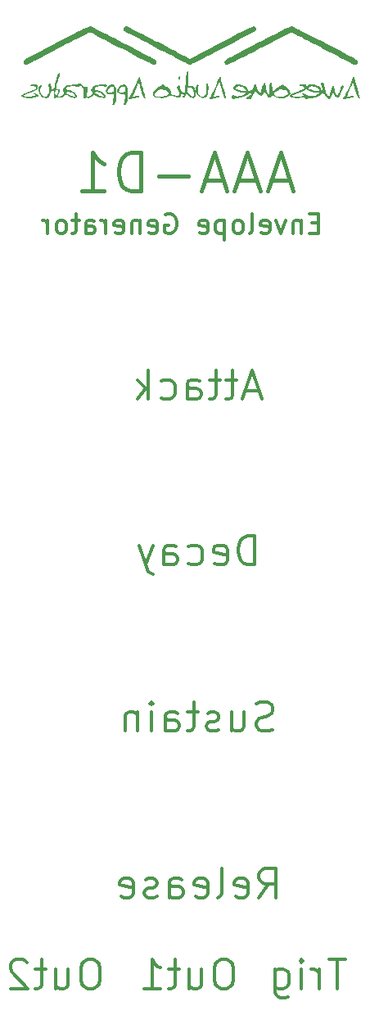
<source format=gbr>
G04 #@! TF.GenerationSoftware,KiCad,Pcbnew,6.0.6+dfsg-1*
G04 #@! TF.CreationDate,2022-10-02T16:41:46+02:00*
G04 #@! TF.ProjectId,demiurge-panel_adsr,64656d69-7572-4676-952d-70616e656c5f,F*
G04 #@! TF.SameCoordinates,Original*
G04 #@! TF.FileFunction,Legend,Bot*
G04 #@! TF.FilePolarity,Positive*
%FSLAX46Y46*%
G04 Gerber Fmt 4.6, Leading zero omitted, Abs format (unit mm)*
G04 Created by KiCad (PCBNEW 6.0.6+dfsg-1) date 2022-10-02 16:41:46*
%MOMM*%
%LPD*%
G01*
G04 APERTURE LIST*
%ADD10C,0.400000*%
%ADD11C,0.300000*%
G04 APERTURE END LIST*
D10*
X106961904Y-64505453D02*
X105057142Y-64505453D01*
X107342857Y-65648310D02*
X106009523Y-61648310D01*
X104676190Y-65648310D01*
X103533333Y-64505453D02*
X101628571Y-64505453D01*
X103914285Y-65648310D02*
X102580952Y-61648310D01*
X101247619Y-65648310D01*
X100104761Y-64505453D02*
X98200000Y-64505453D01*
X100485714Y-65648310D02*
X99152380Y-61648310D01*
X97819047Y-65648310D01*
X96485714Y-64124501D02*
X93438095Y-64124501D01*
X91533333Y-65648310D02*
X91533333Y-61648310D01*
X90580952Y-61648310D01*
X90009523Y-61838787D01*
X89628571Y-62219739D01*
X89438095Y-62600691D01*
X89247619Y-63362596D01*
X89247619Y-63934025D01*
X89438095Y-64695929D01*
X89628571Y-65076882D01*
X90009523Y-65457834D01*
X90580952Y-65648310D01*
X91533333Y-65648310D01*
X85438095Y-65648310D02*
X87723809Y-65648310D01*
X86580952Y-65648310D02*
X86580952Y-61648310D01*
X86961904Y-62219739D01*
X87342857Y-62600691D01*
X87723809Y-62791167D01*
D11*
X103785714Y-86300000D02*
X102357142Y-86300000D01*
X104071428Y-87157142D02*
X103071428Y-84157142D01*
X102071428Y-87157142D01*
X101500000Y-85157142D02*
X100357142Y-85157142D01*
X101071428Y-84157142D02*
X101071428Y-86728571D01*
X100928571Y-87014285D01*
X100642857Y-87157142D01*
X100357142Y-87157142D01*
X99785714Y-85157142D02*
X98642857Y-85157142D01*
X99357142Y-84157142D02*
X99357142Y-86728571D01*
X99214285Y-87014285D01*
X98928571Y-87157142D01*
X98642857Y-87157142D01*
X96357142Y-87157142D02*
X96357142Y-85585714D01*
X96500000Y-85300000D01*
X96785714Y-85157142D01*
X97357142Y-85157142D01*
X97642857Y-85300000D01*
X96357142Y-87014285D02*
X96642857Y-87157142D01*
X97357142Y-87157142D01*
X97642857Y-87014285D01*
X97785714Y-86728571D01*
X97785714Y-86442857D01*
X97642857Y-86157142D01*
X97357142Y-86014285D01*
X96642857Y-86014285D01*
X96357142Y-85871428D01*
X93642857Y-87014285D02*
X93928571Y-87157142D01*
X94500000Y-87157142D01*
X94785714Y-87014285D01*
X94928571Y-86871428D01*
X95071428Y-86585714D01*
X95071428Y-85728571D01*
X94928571Y-85442857D01*
X94785714Y-85300000D01*
X94500000Y-85157142D01*
X93928571Y-85157142D01*
X93642857Y-85300000D01*
X92357142Y-87157142D02*
X92357142Y-84157142D01*
X92071428Y-86014285D02*
X91214285Y-87157142D01*
X91214285Y-85157142D02*
X92357142Y-86300000D01*
X100428571Y-145057142D02*
X99857142Y-145057142D01*
X99571428Y-145200000D01*
X99285714Y-145485714D01*
X99142857Y-146057142D01*
X99142857Y-147057142D01*
X99285714Y-147628571D01*
X99571428Y-147914285D01*
X99857142Y-148057142D01*
X100428571Y-148057142D01*
X100714285Y-147914285D01*
X101000000Y-147628571D01*
X101142857Y-147057142D01*
X101142857Y-146057142D01*
X101000000Y-145485714D01*
X100714285Y-145200000D01*
X100428571Y-145057142D01*
X96571428Y-146057142D02*
X96571428Y-148057142D01*
X97857142Y-146057142D02*
X97857142Y-147628571D01*
X97714285Y-147914285D01*
X97428571Y-148057142D01*
X97000000Y-148057142D01*
X96714285Y-147914285D01*
X96571428Y-147771428D01*
X95571428Y-146057142D02*
X94428571Y-146057142D01*
X95142857Y-145057142D02*
X95142857Y-147628571D01*
X95000000Y-147914285D01*
X94714285Y-148057142D01*
X94428571Y-148057142D01*
X91857142Y-148057142D02*
X93571428Y-148057142D01*
X92714285Y-148057142D02*
X92714285Y-145057142D01*
X93000000Y-145485714D01*
X93285714Y-145771428D01*
X93571428Y-145914285D01*
X86628571Y-145057142D02*
X86057142Y-145057142D01*
X85771428Y-145200000D01*
X85485714Y-145485714D01*
X85342857Y-146057142D01*
X85342857Y-147057142D01*
X85485714Y-147628571D01*
X85771428Y-147914285D01*
X86057142Y-148057142D01*
X86628571Y-148057142D01*
X86914285Y-147914285D01*
X87200000Y-147628571D01*
X87342857Y-147057142D01*
X87342857Y-146057142D01*
X87200000Y-145485714D01*
X86914285Y-145200000D01*
X86628571Y-145057142D01*
X82771428Y-146057142D02*
X82771428Y-148057142D01*
X84057142Y-146057142D02*
X84057142Y-147628571D01*
X83914285Y-147914285D01*
X83628571Y-148057142D01*
X83200000Y-148057142D01*
X82914285Y-147914285D01*
X82771428Y-147771428D01*
X81771428Y-146057142D02*
X80628571Y-146057142D01*
X81342857Y-145057142D02*
X81342857Y-147628571D01*
X81200000Y-147914285D01*
X80914285Y-148057142D01*
X80628571Y-148057142D01*
X79771428Y-145342857D02*
X79628571Y-145200000D01*
X79342857Y-145057142D01*
X78628571Y-145057142D01*
X78342857Y-145200000D01*
X78200000Y-145342857D01*
X78057142Y-145628571D01*
X78057142Y-145914285D01*
X78200000Y-146342857D01*
X79914285Y-148057142D01*
X78057142Y-148057142D01*
X103785714Y-138657142D02*
X104785714Y-137228571D01*
X105500000Y-138657142D02*
X105500000Y-135657142D01*
X104357142Y-135657142D01*
X104071428Y-135800000D01*
X103928571Y-135942857D01*
X103785714Y-136228571D01*
X103785714Y-136657142D01*
X103928571Y-136942857D01*
X104071428Y-137085714D01*
X104357142Y-137228571D01*
X105500000Y-137228571D01*
X101357142Y-138514285D02*
X101642857Y-138657142D01*
X102214285Y-138657142D01*
X102500000Y-138514285D01*
X102642857Y-138228571D01*
X102642857Y-137085714D01*
X102500000Y-136800000D01*
X102214285Y-136657142D01*
X101642857Y-136657142D01*
X101357142Y-136800000D01*
X101214285Y-137085714D01*
X101214285Y-137371428D01*
X102642857Y-137657142D01*
X99500000Y-138657142D02*
X99785714Y-138514285D01*
X99928571Y-138228571D01*
X99928571Y-135657142D01*
X97214285Y-138514285D02*
X97500000Y-138657142D01*
X98071428Y-138657142D01*
X98357142Y-138514285D01*
X98500000Y-138228571D01*
X98500000Y-137085714D01*
X98357142Y-136800000D01*
X98071428Y-136657142D01*
X97500000Y-136657142D01*
X97214285Y-136800000D01*
X97071428Y-137085714D01*
X97071428Y-137371428D01*
X98500000Y-137657142D01*
X94500000Y-138657142D02*
X94500000Y-137085714D01*
X94642857Y-136800000D01*
X94928571Y-136657142D01*
X95500000Y-136657142D01*
X95785714Y-136800000D01*
X94500000Y-138514285D02*
X94785714Y-138657142D01*
X95500000Y-138657142D01*
X95785714Y-138514285D01*
X95928571Y-138228571D01*
X95928571Y-137942857D01*
X95785714Y-137657142D01*
X95500000Y-137514285D01*
X94785714Y-137514285D01*
X94500000Y-137371428D01*
X93214285Y-138514285D02*
X92928571Y-138657142D01*
X92357142Y-138657142D01*
X92071428Y-138514285D01*
X91928571Y-138228571D01*
X91928571Y-138085714D01*
X92071428Y-137800000D01*
X92357142Y-137657142D01*
X92785714Y-137657142D01*
X93071428Y-137514285D01*
X93214285Y-137228571D01*
X93214285Y-137085714D01*
X93071428Y-136800000D01*
X92785714Y-136657142D01*
X92357142Y-136657142D01*
X92071428Y-136800000D01*
X89500000Y-138514285D02*
X89785714Y-138657142D01*
X90357142Y-138657142D01*
X90642857Y-138514285D01*
X90785714Y-138228571D01*
X90785714Y-137085714D01*
X90642857Y-136800000D01*
X90357142Y-136657142D01*
X89785714Y-136657142D01*
X89500000Y-136800000D01*
X89357142Y-137085714D01*
X89357142Y-137371428D01*
X90785714Y-137657142D01*
X112757142Y-145057142D02*
X111042857Y-145057142D01*
X111900000Y-148057142D02*
X111900000Y-145057142D01*
X110042857Y-148057142D02*
X110042857Y-146057142D01*
X110042857Y-146628571D02*
X109900000Y-146342857D01*
X109757142Y-146200000D01*
X109471428Y-146057142D01*
X109185714Y-146057142D01*
X108185714Y-148057142D02*
X108185714Y-146057142D01*
X108185714Y-145057142D02*
X108328571Y-145200000D01*
X108185714Y-145342857D01*
X108042857Y-145200000D01*
X108185714Y-145057142D01*
X108185714Y-145342857D01*
X105471428Y-146057142D02*
X105471428Y-148485714D01*
X105614285Y-148771428D01*
X105757142Y-148914285D01*
X106042857Y-149057142D01*
X106471428Y-149057142D01*
X106757142Y-148914285D01*
X105471428Y-147914285D02*
X105757142Y-148057142D01*
X106328571Y-148057142D01*
X106614285Y-147914285D01*
X106757142Y-147771428D01*
X106900000Y-147485714D01*
X106900000Y-146628571D01*
X106757142Y-146342857D01*
X106614285Y-146200000D01*
X106328571Y-146057142D01*
X105757142Y-146057142D01*
X105471428Y-146200000D01*
X109942857Y-68957142D02*
X109276190Y-68957142D01*
X108990476Y-70004761D02*
X109942857Y-70004761D01*
X109942857Y-68004761D01*
X108990476Y-68004761D01*
X108133333Y-68671428D02*
X108133333Y-70004761D01*
X108133333Y-68861904D02*
X108038095Y-68766666D01*
X107847619Y-68671428D01*
X107561904Y-68671428D01*
X107371428Y-68766666D01*
X107276190Y-68957142D01*
X107276190Y-70004761D01*
X106514285Y-68671428D02*
X106038095Y-70004761D01*
X105561904Y-68671428D01*
X104038095Y-69909523D02*
X104228571Y-70004761D01*
X104609523Y-70004761D01*
X104800000Y-69909523D01*
X104895238Y-69719047D01*
X104895238Y-68957142D01*
X104800000Y-68766666D01*
X104609523Y-68671428D01*
X104228571Y-68671428D01*
X104038095Y-68766666D01*
X103942857Y-68957142D01*
X103942857Y-69147619D01*
X104895238Y-69338095D01*
X102800000Y-70004761D02*
X102990476Y-69909523D01*
X103085714Y-69719047D01*
X103085714Y-68004761D01*
X101752380Y-70004761D02*
X101942857Y-69909523D01*
X102038095Y-69814285D01*
X102133333Y-69623809D01*
X102133333Y-69052380D01*
X102038095Y-68861904D01*
X101942857Y-68766666D01*
X101752380Y-68671428D01*
X101466666Y-68671428D01*
X101276190Y-68766666D01*
X101180952Y-68861904D01*
X101085714Y-69052380D01*
X101085714Y-69623809D01*
X101180952Y-69814285D01*
X101276190Y-69909523D01*
X101466666Y-70004761D01*
X101752380Y-70004761D01*
X100228571Y-68671428D02*
X100228571Y-70671428D01*
X100228571Y-68766666D02*
X100038095Y-68671428D01*
X99657142Y-68671428D01*
X99466666Y-68766666D01*
X99371428Y-68861904D01*
X99276190Y-69052380D01*
X99276190Y-69623809D01*
X99371428Y-69814285D01*
X99466666Y-69909523D01*
X99657142Y-70004761D01*
X100038095Y-70004761D01*
X100228571Y-69909523D01*
X97657142Y-69909523D02*
X97847619Y-70004761D01*
X98228571Y-70004761D01*
X98419047Y-69909523D01*
X98514285Y-69719047D01*
X98514285Y-68957142D01*
X98419047Y-68766666D01*
X98228571Y-68671428D01*
X97847619Y-68671428D01*
X97657142Y-68766666D01*
X97561904Y-68957142D01*
X97561904Y-69147619D01*
X98514285Y-69338095D01*
X94133333Y-68100000D02*
X94323809Y-68004761D01*
X94609523Y-68004761D01*
X94895238Y-68100000D01*
X95085714Y-68290476D01*
X95180952Y-68480952D01*
X95276190Y-68861904D01*
X95276190Y-69147619D01*
X95180952Y-69528571D01*
X95085714Y-69719047D01*
X94895238Y-69909523D01*
X94609523Y-70004761D01*
X94419047Y-70004761D01*
X94133333Y-69909523D01*
X94038095Y-69814285D01*
X94038095Y-69147619D01*
X94419047Y-69147619D01*
X92419047Y-69909523D02*
X92609523Y-70004761D01*
X92990476Y-70004761D01*
X93180952Y-69909523D01*
X93276190Y-69719047D01*
X93276190Y-68957142D01*
X93180952Y-68766666D01*
X92990476Y-68671428D01*
X92609523Y-68671428D01*
X92419047Y-68766666D01*
X92323809Y-68957142D01*
X92323809Y-69147619D01*
X93276190Y-69338095D01*
X91466666Y-68671428D02*
X91466666Y-70004761D01*
X91466666Y-68861904D02*
X91371428Y-68766666D01*
X91180952Y-68671428D01*
X90895238Y-68671428D01*
X90704761Y-68766666D01*
X90609523Y-68957142D01*
X90609523Y-70004761D01*
X88895238Y-69909523D02*
X89085714Y-70004761D01*
X89466666Y-70004761D01*
X89657142Y-69909523D01*
X89752380Y-69719047D01*
X89752380Y-68957142D01*
X89657142Y-68766666D01*
X89466666Y-68671428D01*
X89085714Y-68671428D01*
X88895238Y-68766666D01*
X88800000Y-68957142D01*
X88800000Y-69147619D01*
X89752380Y-69338095D01*
X87942857Y-70004761D02*
X87942857Y-68671428D01*
X87942857Y-69052380D02*
X87847619Y-68861904D01*
X87752380Y-68766666D01*
X87561904Y-68671428D01*
X87371428Y-68671428D01*
X85847619Y-70004761D02*
X85847619Y-68957142D01*
X85942857Y-68766666D01*
X86133333Y-68671428D01*
X86514285Y-68671428D01*
X86704761Y-68766666D01*
X85847619Y-69909523D02*
X86038095Y-70004761D01*
X86514285Y-70004761D01*
X86704761Y-69909523D01*
X86800000Y-69719047D01*
X86800000Y-69528571D01*
X86704761Y-69338095D01*
X86514285Y-69242857D01*
X86038095Y-69242857D01*
X85847619Y-69147619D01*
X85180952Y-68671428D02*
X84419047Y-68671428D01*
X84895238Y-68004761D02*
X84895238Y-69719047D01*
X84800000Y-69909523D01*
X84609523Y-70004761D01*
X84419047Y-70004761D01*
X83466666Y-70004761D02*
X83657142Y-69909523D01*
X83752380Y-69814285D01*
X83847619Y-69623809D01*
X83847619Y-69052380D01*
X83752380Y-68861904D01*
X83657142Y-68766666D01*
X83466666Y-68671428D01*
X83180952Y-68671428D01*
X82990476Y-68766666D01*
X82895238Y-68861904D01*
X82800000Y-69052380D01*
X82800000Y-69623809D01*
X82895238Y-69814285D01*
X82990476Y-69909523D01*
X83180952Y-70004761D01*
X83466666Y-70004761D01*
X81942857Y-70004761D02*
X81942857Y-68671428D01*
X81942857Y-69052380D02*
X81847619Y-68861904D01*
X81752380Y-68766666D01*
X81561904Y-68671428D01*
X81371428Y-68671428D01*
X105214285Y-121314285D02*
X104785714Y-121457142D01*
X104071428Y-121457142D01*
X103785714Y-121314285D01*
X103642857Y-121171428D01*
X103500000Y-120885714D01*
X103500000Y-120600000D01*
X103642857Y-120314285D01*
X103785714Y-120171428D01*
X104071428Y-120028571D01*
X104642857Y-119885714D01*
X104928571Y-119742857D01*
X105071428Y-119600000D01*
X105214285Y-119314285D01*
X105214285Y-119028571D01*
X105071428Y-118742857D01*
X104928571Y-118600000D01*
X104642857Y-118457142D01*
X103928571Y-118457142D01*
X103500000Y-118600000D01*
X100928571Y-119457142D02*
X100928571Y-121457142D01*
X102214285Y-119457142D02*
X102214285Y-121028571D01*
X102071428Y-121314285D01*
X101785714Y-121457142D01*
X101357142Y-121457142D01*
X101071428Y-121314285D01*
X100928571Y-121171428D01*
X99642857Y-121314285D02*
X99357142Y-121457142D01*
X98785714Y-121457142D01*
X98500000Y-121314285D01*
X98357142Y-121028571D01*
X98357142Y-120885714D01*
X98500000Y-120600000D01*
X98785714Y-120457142D01*
X99214285Y-120457142D01*
X99500000Y-120314285D01*
X99642857Y-120028571D01*
X99642857Y-119885714D01*
X99500000Y-119600000D01*
X99214285Y-119457142D01*
X98785714Y-119457142D01*
X98500000Y-119600000D01*
X97500000Y-119457142D02*
X96357142Y-119457142D01*
X97071428Y-118457142D02*
X97071428Y-121028571D01*
X96928571Y-121314285D01*
X96642857Y-121457142D01*
X96357142Y-121457142D01*
X94071428Y-121457142D02*
X94071428Y-119885714D01*
X94214285Y-119600000D01*
X94500000Y-119457142D01*
X95071428Y-119457142D01*
X95357142Y-119600000D01*
X94071428Y-121314285D02*
X94357142Y-121457142D01*
X95071428Y-121457142D01*
X95357142Y-121314285D01*
X95500000Y-121028571D01*
X95500000Y-120742857D01*
X95357142Y-120457142D01*
X95071428Y-120314285D01*
X94357142Y-120314285D01*
X94071428Y-120171428D01*
X92642857Y-121457142D02*
X92642857Y-119457142D01*
X92642857Y-118457142D02*
X92785714Y-118600000D01*
X92642857Y-118742857D01*
X92500000Y-118600000D01*
X92642857Y-118457142D01*
X92642857Y-118742857D01*
X91214285Y-119457142D02*
X91214285Y-121457142D01*
X91214285Y-119742857D02*
X91071428Y-119600000D01*
X90785714Y-119457142D01*
X90357142Y-119457142D01*
X90071428Y-119600000D01*
X89928571Y-119885714D01*
X89928571Y-121457142D01*
X103357142Y-104257142D02*
X103357142Y-101257142D01*
X102642857Y-101257142D01*
X102214285Y-101400000D01*
X101928571Y-101685714D01*
X101785714Y-101971428D01*
X101642857Y-102542857D01*
X101642857Y-102971428D01*
X101785714Y-103542857D01*
X101928571Y-103828571D01*
X102214285Y-104114285D01*
X102642857Y-104257142D01*
X103357142Y-104257142D01*
X99214285Y-104114285D02*
X99500000Y-104257142D01*
X100071428Y-104257142D01*
X100357142Y-104114285D01*
X100500000Y-103828571D01*
X100500000Y-102685714D01*
X100357142Y-102400000D01*
X100071428Y-102257142D01*
X99500000Y-102257142D01*
X99214285Y-102400000D01*
X99071428Y-102685714D01*
X99071428Y-102971428D01*
X100500000Y-103257142D01*
X96500000Y-104114285D02*
X96785714Y-104257142D01*
X97357142Y-104257142D01*
X97642857Y-104114285D01*
X97785714Y-103971428D01*
X97928571Y-103685714D01*
X97928571Y-102828571D01*
X97785714Y-102542857D01*
X97642857Y-102400000D01*
X97357142Y-102257142D01*
X96785714Y-102257142D01*
X96500000Y-102400000D01*
X93928571Y-104257142D02*
X93928571Y-102685714D01*
X94071428Y-102400000D01*
X94357142Y-102257142D01*
X94928571Y-102257142D01*
X95214285Y-102400000D01*
X93928571Y-104114285D02*
X94214285Y-104257142D01*
X94928571Y-104257142D01*
X95214285Y-104114285D01*
X95357142Y-103828571D01*
X95357142Y-103542857D01*
X95214285Y-103257142D01*
X94928571Y-103114285D01*
X94214285Y-103114285D01*
X93928571Y-102971428D01*
X92785714Y-102257142D02*
X92071428Y-104257142D01*
X91357142Y-102257142D02*
X92071428Y-104257142D01*
X92357142Y-104971428D01*
X92500000Y-105114285D01*
X92785714Y-105257142D01*
G36*
X107126845Y-48585458D02*
G01*
X107221729Y-48627181D01*
X107388416Y-48706805D01*
X107623251Y-48822458D01*
X107922581Y-48972269D01*
X108282755Y-49154366D01*
X108700118Y-49366876D01*
X109171018Y-49607929D01*
X109691801Y-49875651D01*
X110258815Y-50168172D01*
X110868406Y-50483619D01*
X111516922Y-50820120D01*
X112200710Y-51175804D01*
X112916115Y-51548798D01*
X113659487Y-51937232D01*
X113691224Y-51954065D01*
X113862406Y-52059726D01*
X113961001Y-52159605D01*
X113997422Y-52268703D01*
X113982079Y-52402021D01*
X113944840Y-52475739D01*
X113856900Y-52553294D01*
X113777521Y-52579445D01*
X113669828Y-52584192D01*
X113657988Y-52579780D01*
X113576687Y-52541683D01*
X113426177Y-52467345D01*
X113212462Y-52359840D01*
X112941545Y-52222239D01*
X112619432Y-52057615D01*
X112252124Y-51869043D01*
X111845627Y-51659594D01*
X111405944Y-51432342D01*
X110939078Y-51190360D01*
X110451035Y-50936720D01*
X110257774Y-50836178D01*
X109776173Y-50585894D01*
X109317546Y-50347917D01*
X108887969Y-50125382D01*
X108493518Y-49921420D01*
X108140270Y-49739164D01*
X107834301Y-49581746D01*
X107581686Y-49452300D01*
X107388502Y-49353956D01*
X107260826Y-49289849D01*
X107204733Y-49263111D01*
X107200088Y-49261520D01*
X107171856Y-49258122D01*
X107130682Y-49263740D01*
X107071591Y-49280804D01*
X106989609Y-49311745D01*
X106879765Y-49358995D01*
X106737083Y-49424985D01*
X106556591Y-49512146D01*
X106333316Y-49622909D01*
X106062284Y-49759706D01*
X105738521Y-49924966D01*
X105357054Y-50121122D01*
X104912910Y-50350605D01*
X104401116Y-50615845D01*
X103816697Y-50919275D01*
X103289166Y-51193385D01*
X102759213Y-51468608D01*
X102297776Y-51707604D01*
X101899898Y-51912463D01*
X101560623Y-52085272D01*
X101274992Y-52228118D01*
X101038050Y-52343090D01*
X100844838Y-52432276D01*
X100690400Y-52497764D01*
X100569779Y-52541640D01*
X100478017Y-52565995D01*
X100410158Y-52572914D01*
X100361245Y-52564487D01*
X100326319Y-52542801D01*
X100300425Y-52509943D01*
X100278605Y-52468003D01*
X100255902Y-52419068D01*
X100239026Y-52383908D01*
X100222605Y-52343257D01*
X100215721Y-52303891D01*
X100222914Y-52263022D01*
X100248725Y-52217862D01*
X100297692Y-52165621D01*
X100374356Y-52103510D01*
X100483257Y-52028741D01*
X100628935Y-51938525D01*
X100815929Y-51830073D01*
X101048779Y-51700596D01*
X101332027Y-51547305D01*
X101670210Y-51367412D01*
X102067869Y-51158127D01*
X102529545Y-50916663D01*
X103059776Y-50640229D01*
X103663104Y-50326037D01*
X104050648Y-50124535D01*
X104540127Y-49870943D01*
X105004200Y-49631525D01*
X105437070Y-49409221D01*
X105832939Y-49206973D01*
X106186010Y-49027721D01*
X106490485Y-48874406D01*
X106740565Y-48749971D01*
X106930453Y-48657355D01*
X107054352Y-48599499D01*
X107106462Y-48579346D01*
X107126845Y-48585458D01*
G37*
G36*
X103205591Y-48577342D02*
G01*
X103277772Y-48605335D01*
X103372543Y-48668006D01*
X103418351Y-48712529D01*
X103480951Y-48839525D01*
X103477965Y-48973664D01*
X103406956Y-49085363D01*
X103380708Y-49101867D01*
X103280705Y-49158000D01*
X103112784Y-49249328D01*
X102882774Y-49372766D01*
X102596505Y-49525226D01*
X102259808Y-49703621D01*
X101878512Y-49904865D01*
X101458447Y-50125871D01*
X101005444Y-50363552D01*
X100525331Y-50614821D01*
X100023938Y-50876592D01*
X99674516Y-51058619D01*
X99188091Y-51311385D01*
X98727134Y-51550189D01*
X98297435Y-51772066D01*
X97904785Y-51974054D01*
X97554978Y-52153188D01*
X97253803Y-52306507D01*
X97007052Y-52431045D01*
X96820518Y-52523840D01*
X96699991Y-52581929D01*
X96651262Y-52602347D01*
X96629638Y-52595226D01*
X96535980Y-52552784D01*
X96375938Y-52475231D01*
X96156384Y-52366138D01*
X95884192Y-52229078D01*
X95566236Y-52067623D01*
X95209387Y-51885344D01*
X94820519Y-51685815D01*
X94406506Y-51472605D01*
X93974221Y-51249289D01*
X93530537Y-51019437D01*
X93082327Y-50786622D01*
X92636464Y-50554415D01*
X92199822Y-50326389D01*
X91779273Y-50106116D01*
X91381691Y-49897167D01*
X91013950Y-49703114D01*
X90682921Y-49527530D01*
X90395479Y-49373987D01*
X90158497Y-49246056D01*
X89978847Y-49147310D01*
X89863404Y-49081319D01*
X89819040Y-49051658D01*
X89780156Y-48929773D01*
X89805358Y-48786712D01*
X89896078Y-48668006D01*
X89901550Y-48663749D01*
X89996191Y-48602509D01*
X90065903Y-48577242D01*
X90073057Y-48579468D01*
X90144079Y-48612058D01*
X90284773Y-48681137D01*
X90489171Y-48783653D01*
X90751301Y-48916551D01*
X91065195Y-49076781D01*
X91424881Y-49261287D01*
X91824390Y-49467019D01*
X92257751Y-49690922D01*
X92718995Y-49929944D01*
X93202152Y-50181032D01*
X93341226Y-50253401D01*
X93823485Y-50504261D01*
X94284768Y-50744074D01*
X94718774Y-50969573D01*
X95119203Y-51177489D01*
X95479754Y-51364555D01*
X95794127Y-51527502D01*
X96056020Y-51663063D01*
X96259134Y-51767969D01*
X96397166Y-51838953D01*
X96463818Y-51872747D01*
X96643671Y-51960673D01*
X99896168Y-50268957D01*
X100204008Y-50108967D01*
X100687841Y-49858033D01*
X101146279Y-49620904D01*
X101573515Y-49400549D01*
X101963745Y-49199940D01*
X102311164Y-49022046D01*
X102609967Y-48869836D01*
X102854348Y-48746281D01*
X103038502Y-48654350D01*
X103156624Y-48597014D01*
X103202909Y-48577242D01*
X103205591Y-48577342D01*
G37*
G36*
X80638329Y-54584033D02*
G01*
X80766330Y-54601269D01*
X80838138Y-54629448D01*
X80879480Y-54712081D01*
X80889192Y-54848400D01*
X80861425Y-54995870D01*
X80798964Y-55119626D01*
X80770286Y-55153432D01*
X80685613Y-55229250D01*
X80568829Y-55301676D01*
X80406794Y-55377151D01*
X80186364Y-55462117D01*
X79894397Y-55563015D01*
X79704056Y-55629241D01*
X79546929Y-55688919D01*
X79440734Y-55735027D01*
X79401724Y-55761031D01*
X79419304Y-55778129D01*
X79501001Y-55812451D01*
X79626817Y-55848367D01*
X79767161Y-55871561D01*
X79987924Y-55881959D01*
X80216201Y-55870167D01*
X80420797Y-55838181D01*
X80570516Y-55787995D01*
X80693495Y-55723559D01*
X80573127Y-55668716D01*
X80488283Y-55619310D01*
X80452759Y-55577109D01*
X80468736Y-55550665D01*
X80544181Y-55542303D01*
X80663087Y-55569364D01*
X80804848Y-55628821D01*
X80814959Y-55634047D01*
X80938919Y-55718543D01*
X80976285Y-55795807D01*
X80927796Y-55864726D01*
X80794190Y-55924189D01*
X80576207Y-55973082D01*
X80483073Y-55987355D01*
X80177797Y-56017435D01*
X79891712Y-56021633D01*
X79638121Y-56001521D01*
X79430330Y-55958672D01*
X79281642Y-55894659D01*
X79205363Y-55811053D01*
X79200450Y-55795093D01*
X79208246Y-55734468D01*
X79265818Y-55673144D01*
X79381908Y-55605763D01*
X79565256Y-55526965D01*
X79824606Y-55431389D01*
X79991716Y-55371475D01*
X80180526Y-55301188D01*
X80331543Y-55242107D01*
X80422243Y-55202846D01*
X80479396Y-55170828D01*
X80594259Y-55087044D01*
X80681124Y-54999899D01*
X80715517Y-54931997D01*
X80691450Y-54898064D01*
X80606923Y-54850527D01*
X80490419Y-54808161D01*
X80372514Y-54781618D01*
X80283779Y-54781554D01*
X80235765Y-54784415D01*
X80170671Y-54746716D01*
X80151165Y-54680238D01*
X80194567Y-54616941D01*
X80224970Y-54603966D01*
X80336869Y-54584783D01*
X80484915Y-54578338D01*
X80638329Y-54584033D01*
G37*
G36*
X110822956Y-55710775D02*
G01*
X110906677Y-55808208D01*
X110992043Y-55846897D01*
X111012862Y-55842098D01*
X111077870Y-55772656D01*
X111144036Y-55627418D01*
X111207963Y-55415089D01*
X111266252Y-55144373D01*
X111271080Y-55118020D01*
X111305001Y-54941096D01*
X111332467Y-54832733D01*
X111361195Y-54777098D01*
X111398906Y-54758360D01*
X111453318Y-54760687D01*
X111526796Y-54780008D01*
X111564275Y-54834107D01*
X111579979Y-54949138D01*
X111586157Y-55023900D01*
X111628734Y-55304602D01*
X111695714Y-55533250D01*
X111782439Y-55692734D01*
X111885791Y-55822349D01*
X111979261Y-55670399D01*
X111987210Y-55657142D01*
X112063375Y-55502552D01*
X112121060Y-55343276D01*
X112193291Y-55088276D01*
X112252300Y-54900639D01*
X112301061Y-54777469D01*
X112344642Y-54708263D01*
X112388116Y-54682516D01*
X112436552Y-54689727D01*
X112481358Y-54719813D01*
X112532597Y-54809238D01*
X112542060Y-54911945D01*
X112501277Y-54988797D01*
X112458086Y-55047156D01*
X112400081Y-55165643D01*
X112342662Y-55315624D01*
X112327619Y-55359472D01*
X112223822Y-55619624D01*
X112118676Y-55814175D01*
X112016654Y-55936076D01*
X111922229Y-55978276D01*
X111868618Y-55967690D01*
X111748268Y-55897037D01*
X111619896Y-55774921D01*
X111503908Y-55618872D01*
X111430873Y-55500331D01*
X111266318Y-55804993D01*
X111246290Y-55841252D01*
X111161891Y-55977789D01*
X111088203Y-56073544D01*
X111039284Y-56109655D01*
X110966373Y-56081258D01*
X110859891Y-56001925D01*
X110745515Y-55892896D01*
X110645529Y-55775547D01*
X110582218Y-55671251D01*
X110547230Y-55608935D01*
X110451453Y-55544866D01*
X110325974Y-55559083D01*
X110177802Y-55651921D01*
X110164057Y-55663362D01*
X109998504Y-55780847D01*
X109810068Y-55873581D01*
X109577188Y-55950389D01*
X109278302Y-56020096D01*
X109133217Y-56049013D01*
X108919332Y-56086790D01*
X108767885Y-56103475D01*
X108664213Y-56099240D01*
X108593654Y-56074255D01*
X108541544Y-56028692D01*
X108493244Y-55985342D01*
X108416321Y-55966875D01*
X108290162Y-55982992D01*
X108247841Y-55989743D01*
X108094816Y-56004673D01*
X107898934Y-56015415D01*
X107692069Y-56019998D01*
X107628295Y-56019649D01*
X107353946Y-55999580D01*
X107154432Y-55949744D01*
X107032620Y-55871184D01*
X106991379Y-55764944D01*
X106991467Y-55760351D01*
X106992094Y-55758246D01*
X107210345Y-55758246D01*
X107222710Y-55782492D01*
X107286983Y-55824583D01*
X107296933Y-55827905D01*
X107390279Y-55844692D01*
X107538359Y-55860374D01*
X107713966Y-55871933D01*
X107764226Y-55873830D01*
X107979739Y-55870815D01*
X108163134Y-55851129D01*
X108303318Y-55818200D01*
X108389197Y-55775457D01*
X108409678Y-55726328D01*
X108353667Y-55674240D01*
X108295644Y-55633731D01*
X108261379Y-55582597D01*
X108261908Y-55575248D01*
X108303725Y-55541075D01*
X108402268Y-55551776D01*
X108543266Y-55603834D01*
X108712452Y-55693733D01*
X108771236Y-55727145D01*
X109035268Y-55825697D01*
X109297492Y-55837541D01*
X109560547Y-55762454D01*
X109827072Y-55600216D01*
X109991207Y-55474655D01*
X109624422Y-55444263D01*
X109471346Y-55425536D01*
X109225309Y-55370976D01*
X109006880Y-55293789D01*
X108836050Y-55201644D01*
X108732813Y-55102210D01*
X108697970Y-55056130D01*
X108660666Y-55060147D01*
X108599657Y-55129705D01*
X108579884Y-55153314D01*
X108498176Y-55227288D01*
X108382294Y-55298852D01*
X108219579Y-55374076D01*
X107997374Y-55459035D01*
X107703017Y-55559799D01*
X107513018Y-55625405D01*
X107355723Y-55685050D01*
X107249404Y-55731517D01*
X107210345Y-55758246D01*
X106992094Y-55758246D01*
X107005384Y-55713613D01*
X107050396Y-55667490D01*
X107137024Y-55616705D01*
X107275792Y-55555982D01*
X107477223Y-55480043D01*
X107751841Y-55383612D01*
X107819576Y-55359797D01*
X108103810Y-55246148D01*
X108310839Y-55137496D01*
X108437429Y-55035798D01*
X108449330Y-55010068D01*
X108926373Y-55010068D01*
X108993841Y-55089164D01*
X109144935Y-55161790D01*
X109378104Y-55226574D01*
X109611564Y-55273581D01*
X109825421Y-55304230D01*
X109967260Y-55307533D01*
X110031642Y-55283019D01*
X110035735Y-55223733D01*
X109985290Y-55125564D01*
X109888409Y-55017513D01*
X109760203Y-54919802D01*
X109752042Y-54914928D01*
X109611492Y-54860489D01*
X109435061Y-54828331D01*
X109252440Y-54819959D01*
X109093322Y-54836880D01*
X108987398Y-54880599D01*
X108944082Y-54925878D01*
X108926373Y-55010068D01*
X108449330Y-55010068D01*
X108480345Y-54943011D01*
X108474673Y-54922253D01*
X108413119Y-54862700D01*
X108309973Y-54809367D01*
X108198008Y-54776738D01*
X108109994Y-54779300D01*
X108059835Y-54784188D01*
X107972212Y-54748324D01*
X107948329Y-54727428D01*
X107928409Y-54683948D01*
X107981140Y-54633942D01*
X107984919Y-54631297D01*
X108089432Y-54594092D01*
X108238900Y-54577522D01*
X108400668Y-54580998D01*
X108542084Y-54603926D01*
X108630493Y-54645714D01*
X108671423Y-54694381D01*
X108699310Y-54753720D01*
X108706228Y-54760915D01*
X108764337Y-54746624D01*
X108862254Y-54696769D01*
X109007312Y-54633437D01*
X109256036Y-54600890D01*
X109533640Y-54642909D01*
X109830866Y-54758899D01*
X109938860Y-54815551D01*
X110064981Y-54897046D01*
X110147364Y-54982019D01*
X110209941Y-55091466D01*
X110260629Y-55191072D01*
X110283217Y-55223733D01*
X110316044Y-55271200D01*
X110346532Y-55274656D01*
X110350693Y-55206190D01*
X110327129Y-55070555D01*
X110274439Y-54872500D01*
X110153954Y-54467414D01*
X110247753Y-54414224D01*
X110313309Y-54380055D01*
X110367367Y-54359483D01*
X110391852Y-54374403D01*
X110438491Y-54460944D01*
X110489884Y-54613467D01*
X110541206Y-54819210D01*
X110571767Y-54936278D01*
X110624609Y-55084579D01*
X110677254Y-55184199D01*
X110725293Y-55268747D01*
X110730752Y-55329368D01*
X110722788Y-55345522D01*
X110716900Y-55451482D01*
X110723635Y-55474655D01*
X110754993Y-55582550D01*
X110822956Y-55710775D01*
G37*
G36*
X113627306Y-53816501D02*
G01*
X113673549Y-53888794D01*
X113691724Y-54015523D01*
X113692161Y-54027003D01*
X113709103Y-54135001D01*
X113747770Y-54307897D01*
X113804198Y-54529957D01*
X113874424Y-54785443D01*
X113954483Y-55058621D01*
X113975009Y-55126731D01*
X114052049Y-55386089D01*
X114118604Y-55615927D01*
X114170862Y-55802695D01*
X114205011Y-55932844D01*
X114217241Y-55992821D01*
X114203878Y-56029958D01*
X114133834Y-56035851D01*
X114093327Y-56012140D01*
X114014039Y-55908748D01*
X113928050Y-55736276D01*
X113839460Y-55505893D01*
X113752369Y-55228769D01*
X113670876Y-54916071D01*
X113599082Y-54578971D01*
X113586226Y-54513770D01*
X113557369Y-54396781D01*
X113533399Y-54355553D01*
X113510643Y-54381902D01*
X113489895Y-54431539D01*
X113438308Y-54553406D01*
X113363829Y-54728584D01*
X113272817Y-54942118D01*
X113171634Y-55179052D01*
X113079295Y-55395292D01*
X112991863Y-55607171D01*
X112940435Y-55754009D01*
X112926391Y-55844718D01*
X112951115Y-55888211D01*
X113015986Y-55893402D01*
X113122388Y-55869203D01*
X113271702Y-55824526D01*
X113335576Y-55805346D01*
X113463980Y-55771169D01*
X113531826Y-55767049D01*
X113555764Y-55794887D01*
X113552443Y-55856584D01*
X113538425Y-55900051D01*
X113499168Y-55936298D01*
X113419675Y-55969049D01*
X113284607Y-56004535D01*
X113078621Y-56048983D01*
X112931988Y-56078762D01*
X112752389Y-56113605D01*
X112615241Y-56138284D01*
X112542155Y-56148779D01*
X112479729Y-56125659D01*
X112468032Y-56054538D01*
X112506663Y-55954446D01*
X112592444Y-55844612D01*
X112607747Y-55828520D01*
X112715241Y-55681655D01*
X112840638Y-55460840D01*
X112979478Y-55175158D01*
X113127299Y-54833690D01*
X113279641Y-54445517D01*
X113295275Y-54403972D01*
X113373527Y-54200830D01*
X113442701Y-54028737D01*
X113495791Y-53904759D01*
X113525788Y-53845965D01*
X113565422Y-53811343D01*
X113627306Y-53816501D01*
G37*
G36*
X106970605Y-55653431D02*
G01*
X106852439Y-55794603D01*
X106656009Y-55917891D01*
X106558066Y-55963355D01*
X106454787Y-55999148D01*
X106344370Y-56016875D01*
X106200077Y-56020407D01*
X105995173Y-56013620D01*
X105964093Y-56012124D01*
X105654776Y-55978587D01*
X105416538Y-55915203D01*
X105253664Y-55823575D01*
X105170436Y-55705304D01*
X105164470Y-55687324D01*
X105147762Y-55656662D01*
X105343306Y-55656662D01*
X105387843Y-55751409D01*
X105506712Y-55835303D01*
X105594051Y-55860763D01*
X105752411Y-55879083D01*
X105944875Y-55885348D01*
X106143152Y-55879637D01*
X106318947Y-55862033D01*
X106443966Y-55832617D01*
X106491159Y-55813472D01*
X106664713Y-55721919D01*
X106757881Y-55622545D01*
X106776539Y-55505551D01*
X106726561Y-55361135D01*
X106633981Y-55223237D01*
X106533566Y-55165980D01*
X106421764Y-55190163D01*
X106412062Y-55194879D01*
X106294560Y-55206944D01*
X106170744Y-55164011D01*
X106082694Y-55079779D01*
X106079625Y-55074537D01*
X106049015Y-55047907D01*
X105997523Y-55055495D01*
X105908758Y-55103415D01*
X105766324Y-55197782D01*
X105673690Y-55263093D01*
X105484429Y-55416924D01*
X105374901Y-55546640D01*
X105343306Y-55656662D01*
X105147762Y-55656662D01*
X105143452Y-55648753D01*
X105121721Y-55676981D01*
X105089466Y-55781207D01*
X105051580Y-55888836D01*
X104998012Y-55947855D01*
X104907822Y-55969453D01*
X104865291Y-55971065D01*
X104771962Y-55948158D01*
X104683476Y-55877943D01*
X104587893Y-55748881D01*
X104473276Y-55549432D01*
X104446943Y-55501500D01*
X104354725Y-55356376D01*
X104287502Y-55292246D01*
X104246368Y-55309745D01*
X104232414Y-55409508D01*
X104217307Y-55525709D01*
X104162603Y-55662746D01*
X104082652Y-55763686D01*
X103993058Y-55802886D01*
X103973140Y-55801363D01*
X103852133Y-55747932D01*
X103710303Y-55624973D01*
X103558859Y-55441810D01*
X103521055Y-55392206D01*
X103435360Y-55302704D01*
X103377678Y-55278342D01*
X103371441Y-55291849D01*
X103356552Y-55324091D01*
X103356040Y-55333068D01*
X103326704Y-55430615D01*
X103261820Y-55571397D01*
X103174707Y-55730795D01*
X103078685Y-55884193D01*
X102987072Y-56006974D01*
X102966882Y-56030300D01*
X102872230Y-56125698D01*
X102795872Y-56165283D01*
X102712138Y-56163689D01*
X102671144Y-56155128D01*
X102539234Y-56101428D01*
X102485246Y-56028464D01*
X102512175Y-55946279D01*
X102623017Y-55864918D01*
X102650142Y-55850481D01*
X102771903Y-55771196D01*
X102886953Y-55677866D01*
X102972614Y-55590391D01*
X103006207Y-55528672D01*
X102987555Y-55505489D01*
X102912737Y-55509222D01*
X102799834Y-55546843D01*
X102669587Y-55610947D01*
X102542736Y-55694131D01*
X102536428Y-55698918D01*
X102365697Y-55808244D01*
X102163329Y-55897663D01*
X101910676Y-55974020D01*
X101589088Y-56044161D01*
X101388810Y-56080305D01*
X101221181Y-56102477D01*
X101107167Y-56103291D01*
X101029912Y-56082647D01*
X100972561Y-56040443D01*
X100932840Y-55991575D01*
X100931598Y-55935192D01*
X100978875Y-55843374D01*
X101066293Y-55743601D01*
X101162724Y-55720585D01*
X101254483Y-55781207D01*
X101298071Y-55810476D01*
X101419862Y-55838498D01*
X101582448Y-55843581D01*
X101758932Y-55825596D01*
X101922417Y-55784415D01*
X101959306Y-55769846D01*
X102109279Y-55693221D01*
X102250865Y-55600216D01*
X102415000Y-55474655D01*
X102056033Y-55444889D01*
X101941088Y-55432631D01*
X101672838Y-55380593D01*
X101445775Y-55303504D01*
X101267505Y-55207453D01*
X101145636Y-55098528D01*
X101098898Y-55005060D01*
X101345138Y-55005060D01*
X101421680Y-55083878D01*
X101574220Y-55160346D01*
X101801897Y-55226574D01*
X101823205Y-55231237D01*
X102055522Y-55276500D01*
X102246526Y-55303545D01*
X102381811Y-55310803D01*
X102446968Y-55296710D01*
X102450933Y-55291849D01*
X102448543Y-55226169D01*
X102394106Y-55129613D01*
X102302382Y-55023206D01*
X102188132Y-54927977D01*
X102183659Y-54924930D01*
X102068668Y-54862638D01*
X101938614Y-54831636D01*
X101757791Y-54823233D01*
X101580129Y-54833408D01*
X101423499Y-54871935D01*
X101345456Y-54931782D01*
X101345138Y-55005060D01*
X101098898Y-55005060D01*
X101087776Y-54982818D01*
X101101531Y-54866412D01*
X101194510Y-54755396D01*
X101269579Y-54704420D01*
X101495736Y-54620093D01*
X101754806Y-54605875D01*
X102033138Y-54661393D01*
X102317081Y-54786269D01*
X102443008Y-54867946D01*
X102585770Y-55014631D01*
X102673147Y-55200948D01*
X102677583Y-55212739D01*
X102740848Y-55268258D01*
X102833165Y-55268121D01*
X102919441Y-55210908D01*
X102962388Y-55178401D01*
X103052695Y-55168959D01*
X103070625Y-55173278D01*
X103113500Y-55159874D01*
X103146515Y-55093333D01*
X103179801Y-54956741D01*
X103201996Y-54863852D01*
X103245153Y-54727783D01*
X103286439Y-54641230D01*
X103309175Y-54615486D01*
X103388526Y-54585828D01*
X103462591Y-54629956D01*
X103511560Y-54739246D01*
X103576955Y-54971527D01*
X103679511Y-55206516D01*
X103799690Y-55381994D01*
X103836200Y-55420256D01*
X103901316Y-55470738D01*
X103949738Y-55467032D01*
X103987864Y-55400903D01*
X104022095Y-55264114D01*
X104058827Y-55048429D01*
X104096367Y-54852061D01*
X104149784Y-54687909D01*
X104220337Y-54573213D01*
X104238889Y-54551808D01*
X104315507Y-54476112D01*
X104365998Y-54445517D01*
X104403402Y-54487011D01*
X104445409Y-54612159D01*
X104490337Y-54817126D01*
X104537176Y-55098062D01*
X104577018Y-55304958D01*
X104643067Y-55504987D01*
X104723793Y-55629107D01*
X104816474Y-55671724D01*
X104817648Y-55671722D01*
X104850561Y-55666325D01*
X104872670Y-55641409D01*
X104885504Y-55583373D01*
X104890595Y-55478613D01*
X104889473Y-55313529D01*
X104883669Y-55074517D01*
X104879217Y-54893268D01*
X104877277Y-54705234D01*
X104881614Y-54579454D01*
X104893661Y-54501222D01*
X104914851Y-54455830D01*
X104946617Y-54428569D01*
X105013171Y-54404643D01*
X105076322Y-54437157D01*
X105119547Y-54542659D01*
X105144471Y-54725580D01*
X105152721Y-54990353D01*
X105153372Y-55430862D01*
X105295048Y-55271136D01*
X105299064Y-55266632D01*
X105464356Y-55104601D01*
X105672714Y-54931839D01*
X105890877Y-54774169D01*
X106085580Y-54657414D01*
X106188613Y-54609878D01*
X106257234Y-54597877D01*
X106295960Y-54627717D01*
X106312446Y-54656664D01*
X106333812Y-54715828D01*
X106335937Y-54721244D01*
X106388230Y-54755954D01*
X106488502Y-54796107D01*
X106532925Y-54812901D01*
X106725199Y-54933967D01*
X106886432Y-55109869D01*
X106990650Y-55313827D01*
X107000417Y-55344820D01*
X107027727Y-55460975D01*
X107023142Y-55505551D01*
X107018657Y-55549149D01*
X106970605Y-55653431D01*
G37*
G36*
X99789011Y-53815015D02*
G01*
X99834157Y-53883225D01*
X99847439Y-54001885D01*
X99847371Y-54003324D01*
X99858217Y-54099505D01*
X99893073Y-54265329D01*
X99948642Y-54487589D01*
X100021628Y-54753075D01*
X100108733Y-55048578D01*
X100151857Y-55190735D01*
X100238362Y-55479355D01*
X100301530Y-55697762D01*
X100343528Y-55855364D01*
X100366526Y-55961568D01*
X100372692Y-56025781D01*
X100364193Y-56057410D01*
X100343198Y-56065862D01*
X100279174Y-56041394D01*
X100188882Y-55937212D01*
X100094661Y-55757108D01*
X99999231Y-55507478D01*
X99905311Y-55194714D01*
X99815619Y-54825212D01*
X99812353Y-54810337D01*
X99768357Y-54617533D01*
X99730638Y-54465462D01*
X99703114Y-54369116D01*
X99689703Y-54343488D01*
X99670120Y-54391218D01*
X99621241Y-54506678D01*
X99548857Y-54676236D01*
X99458662Y-54886558D01*
X99356347Y-55124310D01*
X99247552Y-55377793D01*
X99160287Y-55590324D01*
X99109008Y-55738910D01*
X99094501Y-55832264D01*
X99117555Y-55879099D01*
X99178959Y-55888130D01*
X99279501Y-55868070D01*
X99419969Y-55827633D01*
X99510245Y-55801176D01*
X99632417Y-55770117D01*
X99696048Y-55767912D01*
X99717672Y-55796191D01*
X99713822Y-55856584D01*
X99699804Y-55900051D01*
X99660547Y-55936298D01*
X99581055Y-55969049D01*
X99445986Y-56004535D01*
X99240000Y-56048983D01*
X99093367Y-56078762D01*
X98913768Y-56113605D01*
X98776620Y-56138284D01*
X98703535Y-56148779D01*
X98641336Y-56125867D01*
X98629333Y-56054900D01*
X98667604Y-55954978D01*
X98752996Y-55845439D01*
X98809783Y-55780026D01*
X98935845Y-55585812D01*
X99079734Y-55305923D01*
X99241428Y-54940407D01*
X99420901Y-54489310D01*
X99452040Y-54408179D01*
X99533291Y-54201315D01*
X99604054Y-54027844D01*
X99657614Y-53903988D01*
X99687254Y-53845965D01*
X99726615Y-53811479D01*
X99789011Y-53815015D01*
G37*
G36*
X90212745Y-55428873D02*
G01*
X90211030Y-55754561D01*
X90202728Y-55995339D01*
X90190039Y-56173550D01*
X90169873Y-56305604D01*
X90139023Y-56412376D01*
X90094283Y-56514742D01*
X90028329Y-56633256D01*
X89961657Y-56703335D01*
X89886266Y-56722759D01*
X89875511Y-56722829D01*
X89827757Y-56722316D01*
X89799357Y-56709556D01*
X89789760Y-56669798D01*
X89798414Y-56588292D01*
X89824770Y-56450288D01*
X89868276Y-56241035D01*
X89907840Y-56050223D01*
X89942190Y-55866466D01*
X89953071Y-55745567D01*
X89936496Y-55674386D01*
X89888477Y-55639785D01*
X89805026Y-55628625D01*
X89682155Y-55627767D01*
X89546153Y-55620903D01*
X89331982Y-55571630D01*
X89182822Y-55477817D01*
X89105728Y-55342950D01*
X89102058Y-55307601D01*
X89306732Y-55307601D01*
X89311217Y-55340498D01*
X89335011Y-55401277D01*
X89395425Y-55428665D01*
X89517931Y-55438443D01*
X89563120Y-55439341D01*
X89711384Y-55432731D01*
X89824483Y-55414751D01*
X89868630Y-55398866D01*
X89912737Y-55358600D01*
X89935391Y-55278558D01*
X89947058Y-55134835D01*
X89951659Y-55010461D01*
X89943573Y-54923892D01*
X89913127Y-54881277D01*
X89852236Y-54859108D01*
X89755679Y-54856733D01*
X89605792Y-54900190D01*
X89461464Y-54981416D01*
X89358194Y-55084233D01*
X89319344Y-55177662D01*
X89306732Y-55307601D01*
X89102058Y-55307601D01*
X89098175Y-55270200D01*
X89137704Y-55112082D01*
X89237579Y-54952622D01*
X89382403Y-54808829D01*
X89556783Y-54697715D01*
X89745320Y-54636289D01*
X89818674Y-54627849D01*
X89920384Y-54645592D01*
X90015291Y-54719931D01*
X90022592Y-54727368D01*
X90104641Y-54838769D01*
X90162030Y-54984082D01*
X90166859Y-55010461D01*
X90197238Y-55176415D01*
X90212745Y-55428873D01*
G37*
G36*
X97219372Y-55705217D02*
G01*
X97189217Y-55820648D01*
X97118025Y-55914577D01*
X97108483Y-55923940D01*
X97023797Y-55993547D01*
X96963343Y-56022069D01*
X96897374Y-56011073D01*
X96756140Y-55952877D01*
X96596825Y-55857865D01*
X96447068Y-55741082D01*
X96272049Y-55582963D01*
X96205113Y-55750254D01*
X96161560Y-55848850D01*
X96088057Y-55957892D01*
X96010613Y-55990349D01*
X95919933Y-55952821D01*
X95824628Y-55886067D01*
X95944814Y-55780279D01*
X95968257Y-55758998D01*
X96021384Y-55694811D01*
X95999310Y-55672510D01*
X95946306Y-55667044D01*
X95839438Y-55645260D01*
X95795819Y-55637836D01*
X95746273Y-55664059D01*
X95714950Y-55757967D01*
X95709532Y-55778959D01*
X95634367Y-55895671D01*
X95500856Y-55957403D01*
X95318020Y-55963643D01*
X95094880Y-55913881D01*
X94840457Y-55807603D01*
X94797130Y-55785792D01*
X94680976Y-55730650D01*
X94612349Y-55711815D01*
X94567266Y-55726644D01*
X94521745Y-55772496D01*
X94508675Y-55786671D01*
X94325553Y-55915811D01*
X94072784Y-55994176D01*
X93752410Y-56021107D01*
X93411793Y-56004085D01*
X93143897Y-55949526D01*
X92953609Y-55856987D01*
X92840069Y-55726046D01*
X92822403Y-55646400D01*
X92977586Y-55646400D01*
X93001901Y-55705920D01*
X93069707Y-55785368D01*
X93116914Y-55819233D01*
X93205039Y-55850979D01*
X93339349Y-55869820D01*
X93540483Y-55879901D01*
X93769699Y-55876496D01*
X94027566Y-55840982D01*
X94224548Y-55773843D01*
X94355440Y-55679246D01*
X94415033Y-55561361D01*
X94398121Y-55424354D01*
X94299496Y-55272393D01*
X94298721Y-55271525D01*
X94213627Y-55186738D01*
X94151258Y-55161445D01*
X94083398Y-55184122D01*
X94081726Y-55185005D01*
X93955583Y-55207329D01*
X93825313Y-55167143D01*
X93731362Y-55076782D01*
X93731302Y-55076674D01*
X93701635Y-55042079D01*
X93656111Y-55041594D01*
X93576325Y-55080914D01*
X93443874Y-55165733D01*
X93431384Y-55174084D01*
X93254322Y-55306301D01*
X93110124Y-55438931D01*
X93013107Y-55557217D01*
X92977586Y-55646400D01*
X92822403Y-55646400D01*
X92802414Y-55556282D01*
X92806740Y-55485220D01*
X92835086Y-55397126D01*
X92902575Y-55303473D01*
X93023725Y-55179549D01*
X93030489Y-55173073D01*
X93184288Y-55039218D01*
X93372302Y-54893187D01*
X93555398Y-54765461D01*
X93705612Y-54669452D01*
X93801899Y-54614913D01*
X93860475Y-54597736D01*
X93899277Y-54612699D01*
X93936242Y-54654580D01*
X93973328Y-54691356D01*
X94083546Y-54769403D01*
X94219750Y-54843033D01*
X94269854Y-54867857D01*
X94441741Y-54992567D01*
X94565101Y-55165543D01*
X94654240Y-55405298D01*
X94696548Y-55525784D01*
X94725037Y-55561361D01*
X94764292Y-55610384D01*
X94882586Y-55675544D01*
X95002106Y-55723057D01*
X95197053Y-55777356D01*
X95353000Y-55790165D01*
X95452377Y-55758912D01*
X95465966Y-55745692D01*
X95511786Y-55636196D01*
X95513478Y-55476088D01*
X95472843Y-55285387D01*
X95391680Y-55084112D01*
X95265774Y-54834502D01*
X95369446Y-54766574D01*
X95447673Y-54726430D01*
X95532477Y-54729623D01*
X95596359Y-54807776D01*
X95648038Y-54967167D01*
X95723868Y-55187589D01*
X95840646Y-55351076D01*
X95999047Y-55446105D01*
X96006203Y-55448583D01*
X96096246Y-55476626D01*
X96136734Y-55483325D01*
X96136859Y-55482996D01*
X96140483Y-55433827D01*
X96146627Y-55311577D01*
X96149578Y-55245043D01*
X96399498Y-55245043D01*
X96401058Y-55348387D01*
X96426858Y-55428775D01*
X96490005Y-55513945D01*
X96603607Y-55631637D01*
X96652058Y-55678394D01*
X96808953Y-55800986D01*
X96933006Y-55847877D01*
X97021150Y-55817701D01*
X97028718Y-55806795D01*
X97046904Y-55718953D01*
X97047708Y-55579258D01*
X97032084Y-55414570D01*
X97000992Y-55251751D01*
X96971947Y-55158306D01*
X96896742Y-55040400D01*
X96778715Y-54984901D01*
X96599792Y-54979547D01*
X96415345Y-54992931D01*
X96401846Y-55204654D01*
X96399498Y-55245043D01*
X96149578Y-55245043D01*
X96154686Y-55129870D01*
X96164055Y-54902332D01*
X96170444Y-54737541D01*
X96275412Y-54737541D01*
X96282556Y-54791922D01*
X96297799Y-54764896D01*
X96320842Y-54653535D01*
X96336754Y-54546681D01*
X96354673Y-54382522D01*
X96367969Y-54211285D01*
X96375791Y-54051813D01*
X96377288Y-53922949D01*
X96371610Y-53843535D01*
X96357907Y-53832414D01*
X96345198Y-53870011D01*
X96324660Y-53985424D01*
X96305151Y-54151758D01*
X96289595Y-54346983D01*
X96286610Y-54396273D01*
X96276663Y-54604682D01*
X96275412Y-54737541D01*
X96170444Y-54737541D01*
X96174126Y-54642586D01*
X96183337Y-54417810D01*
X96197783Y-54150419D01*
X96215004Y-53942738D01*
X96236875Y-53778185D01*
X96265274Y-53640179D01*
X96302078Y-53512137D01*
X96326847Y-53438240D01*
X96384267Y-53294836D01*
X96429301Y-53232119D01*
X96462816Y-53251395D01*
X96485681Y-53353970D01*
X96498763Y-53541150D01*
X96502931Y-53814239D01*
X96502930Y-53818936D01*
X96501601Y-53922949D01*
X96499951Y-54052020D01*
X96492052Y-54270414D01*
X96480418Y-54449821D01*
X96466237Y-54565948D01*
X96429543Y-54752069D01*
X96671812Y-54752069D01*
X96801844Y-54760093D01*
X96964534Y-54808528D01*
X97082537Y-54908090D01*
X97161302Y-55067134D01*
X97206276Y-55294012D01*
X97221929Y-55579258D01*
X97222907Y-55597077D01*
X97219372Y-55705217D01*
G37*
G36*
X95585039Y-53804315D02*
G01*
X95634050Y-53870682D01*
X95631057Y-53985393D01*
X95596405Y-54062688D01*
X95526970Y-54086760D01*
X95468138Y-54043932D01*
X95437331Y-53955927D01*
X95445066Y-53862987D01*
X95495701Y-53804453D01*
X95497188Y-53803890D01*
X95585039Y-53804315D01*
G37*
G36*
X98427541Y-54504270D02*
G01*
X98483303Y-54542964D01*
X98540604Y-54659714D01*
X98565194Y-54849953D01*
X98557971Y-55117911D01*
X98541856Y-55301874D01*
X98512071Y-55505662D01*
X98468561Y-55656797D01*
X98404776Y-55775848D01*
X98314164Y-55883384D01*
X98252994Y-55940788D01*
X98141420Y-56005068D01*
X98003611Y-56022069D01*
X97821472Y-55995441D01*
X97613556Y-55894120D01*
X97440006Y-55729377D01*
X97313791Y-55514256D01*
X97247873Y-55261800D01*
X97240971Y-55147409D01*
X97254058Y-54963930D01*
X97291909Y-54801422D01*
X97348584Y-54681999D01*
X97418145Y-54627774D01*
X97435657Y-54624924D01*
X97522913Y-54640516D01*
X97548332Y-54716931D01*
X97511178Y-54852392D01*
X97465163Y-55019429D01*
X97446932Y-55224491D01*
X97460347Y-55422184D01*
X97505689Y-55575468D01*
X97558642Y-55662535D01*
X97699070Y-55800241D01*
X97858542Y-55860788D01*
X98022054Y-55844114D01*
X98174604Y-55750153D01*
X98301186Y-55578844D01*
X98323918Y-55528924D01*
X98363535Y-55359938D01*
X98362008Y-55146480D01*
X98319773Y-54871896D01*
X98290840Y-54680809D01*
X98297003Y-54552601D01*
X98342129Y-54495262D01*
X98427541Y-54504270D01*
G37*
G36*
X86299161Y-48581977D02*
G01*
X86383869Y-48620196D01*
X86535911Y-48693786D01*
X86748395Y-48799183D01*
X87014431Y-48932824D01*
X87327128Y-49091144D01*
X87679597Y-49270580D01*
X88064947Y-49467568D01*
X88476286Y-49678544D01*
X88906725Y-49899944D01*
X89349373Y-50128204D01*
X89797339Y-50359760D01*
X90243734Y-50591048D01*
X90681666Y-50818505D01*
X91104246Y-51038567D01*
X91504581Y-51247669D01*
X91875783Y-51442248D01*
X92210961Y-51618740D01*
X92503224Y-51773581D01*
X92745681Y-51903207D01*
X92931443Y-52004054D01*
X93053618Y-52072559D01*
X93105316Y-52105157D01*
X93142594Y-52157798D01*
X93167974Y-52284515D01*
X93141858Y-52419601D01*
X93067620Y-52525445D01*
X92981938Y-52580077D01*
X92899188Y-52606207D01*
X92879098Y-52599058D01*
X92786892Y-52556463D01*
X92626384Y-52478093D01*
X92403422Y-52366923D01*
X92123851Y-52225928D01*
X91793517Y-52058081D01*
X91418267Y-51866357D01*
X91003947Y-51653730D01*
X90556404Y-51423174D01*
X90081483Y-51177664D01*
X89585032Y-50920173D01*
X89284328Y-50764084D01*
X88800532Y-50513511D01*
X88341994Y-50276698D01*
X87914537Y-50056616D01*
X87523983Y-49856237D01*
X87176154Y-49678533D01*
X86876871Y-49526475D01*
X86631958Y-49403035D01*
X86447237Y-49311184D01*
X86328529Y-49253895D01*
X86281657Y-49234138D01*
X86281061Y-49234192D01*
X86229910Y-49255948D01*
X86107590Y-49314939D01*
X85920253Y-49408030D01*
X85674055Y-49532083D01*
X85375150Y-49683962D01*
X85029691Y-49860532D01*
X84643834Y-50058654D01*
X84223731Y-50275194D01*
X83775537Y-50507013D01*
X83305406Y-50750977D01*
X82855242Y-50984947D01*
X82390462Y-51226495D01*
X81947670Y-51456598D01*
X81533834Y-51671636D01*
X81155917Y-51867990D01*
X80820886Y-52042042D01*
X80535707Y-52190172D01*
X80307344Y-52308763D01*
X80142765Y-52394194D01*
X80048933Y-52442847D01*
X79934663Y-52501195D01*
X79805467Y-52561048D01*
X79717352Y-52587574D01*
X79648627Y-52586288D01*
X79577600Y-52562705D01*
X79476344Y-52494563D01*
X79410504Y-52364534D01*
X79418266Y-52195916D01*
X79453325Y-52132605D01*
X79558877Y-52043141D01*
X79740514Y-51937232D01*
X79748226Y-51933197D01*
X80439914Y-51571764D01*
X81113410Y-51220570D01*
X81764476Y-50881791D01*
X82388870Y-50557604D01*
X82982353Y-50250187D01*
X83540687Y-49961715D01*
X84059630Y-49694367D01*
X84534943Y-49450319D01*
X84962387Y-49231748D01*
X85337722Y-49040830D01*
X85656708Y-48879743D01*
X85915105Y-48750664D01*
X86108674Y-48655769D01*
X86233174Y-48597236D01*
X86284367Y-48577242D01*
X86299161Y-48581977D01*
G37*
G36*
X91429289Y-53805358D02*
G01*
X91466202Y-53831980D01*
X91504233Y-53879738D01*
X91512601Y-53992980D01*
X91516654Y-54068890D01*
X91546588Y-54220184D01*
X91600499Y-54438141D01*
X91676355Y-54714547D01*
X91772120Y-55041185D01*
X91813976Y-55181569D01*
X91889827Y-55443433D01*
X91952939Y-55671343D01*
X92000023Y-55852870D01*
X92027790Y-55975584D01*
X92032952Y-56027056D01*
X91983324Y-56049696D01*
X91911344Y-56004528D01*
X91830252Y-55901051D01*
X91751969Y-55750976D01*
X91730067Y-55695761D01*
X91676436Y-55538358D01*
X91615663Y-55338755D01*
X91553358Y-55117898D01*
X91495132Y-54896733D01*
X91446596Y-54696206D01*
X91413360Y-54537261D01*
X91401035Y-54440845D01*
X91393467Y-54394397D01*
X91357241Y-54357931D01*
X91345920Y-54359473D01*
X91313448Y-54403132D01*
X91301466Y-54443409D01*
X91259545Y-54553582D01*
X91192901Y-54718341D01*
X91107172Y-54923785D01*
X91007999Y-55156016D01*
X90922739Y-55356673D01*
X90838352Y-55562747D01*
X90773940Y-55728666D01*
X90734648Y-55841114D01*
X90725622Y-55886772D01*
X90725677Y-55886826D01*
X90776773Y-55888063D01*
X90888003Y-55869327D01*
X91035378Y-55834654D01*
X91054705Y-55829628D01*
X91231583Y-55790645D01*
X91339264Y-55785652D01*
X91388968Y-55816196D01*
X91391916Y-55883825D01*
X91390785Y-55888355D01*
X91356620Y-55926179D01*
X91270716Y-55963183D01*
X91121355Y-56003309D01*
X90896819Y-56050504D01*
X90729065Y-56082134D01*
X90551057Y-56112796D01*
X90418074Y-56132364D01*
X90350503Y-56137588D01*
X90302380Y-56120736D01*
X90272765Y-56056739D01*
X90302177Y-55965383D01*
X90387796Y-55867120D01*
X90450878Y-55799363D01*
X90559986Y-55637506D01*
X90685979Y-55408924D01*
X90823783Y-55123695D01*
X90968324Y-54791901D01*
X91114525Y-54423621D01*
X91195661Y-54210683D01*
X91269219Y-54023690D01*
X91323274Y-53899901D01*
X91363913Y-53829077D01*
X91397222Y-53800976D01*
X91429289Y-53805358D01*
G37*
G36*
X87894600Y-55906663D02*
G01*
X87828554Y-55981829D01*
X87707531Y-56017635D01*
X87539490Y-56010510D01*
X87332392Y-55956881D01*
X87094196Y-55853175D01*
X86767816Y-55684281D01*
X86586567Y-55827708D01*
X86513430Y-55879309D01*
X86325333Y-55970344D01*
X86136218Y-56014084D01*
X85976222Y-56001928D01*
X85921240Y-55994649D01*
X85862308Y-56020288D01*
X85833564Y-56044889D01*
X85749140Y-56065862D01*
X85710848Y-56063384D01*
X85683932Y-56046197D01*
X85668112Y-55999728D01*
X85661024Y-55909404D01*
X85660300Y-55760654D01*
X85663576Y-55538905D01*
X85659219Y-55320885D01*
X85628203Y-55122522D01*
X85562748Y-54966182D01*
X85456090Y-54828707D01*
X85452798Y-54825270D01*
X85340761Y-54731074D01*
X85260328Y-54716332D01*
X85207922Y-54780346D01*
X85191753Y-54806974D01*
X85150555Y-54828310D01*
X85071040Y-54837180D01*
X84936909Y-54835061D01*
X84731862Y-54823426D01*
X84578989Y-54815152D01*
X84368605Y-54813201D01*
X84203614Y-54828119D01*
X84058072Y-54861369D01*
X83946866Y-54896325D01*
X83873294Y-54932384D01*
X83851813Y-54977248D01*
X83864519Y-55048202D01*
X83886588Y-55107424D01*
X83933284Y-55154515D01*
X84023191Y-55189154D01*
X84178090Y-55223519D01*
X84280345Y-55247347D01*
X84545132Y-55350556D01*
X84752427Y-55498001D01*
X84889443Y-55681451D01*
X84918616Y-55745709D01*
X84925992Y-55776164D01*
X84943616Y-55848935D01*
X84920747Y-55932443D01*
X84856396Y-55991419D01*
X84725753Y-56021209D01*
X84552914Y-56009576D01*
X84355095Y-55959636D01*
X84149516Y-55874508D01*
X83953394Y-55757307D01*
X83829262Y-55668918D01*
X83628975Y-55821800D01*
X83628260Y-55822346D01*
X83406878Y-55956665D01*
X83195034Y-56010081D01*
X82978912Y-55986087D01*
X82922309Y-55972067D01*
X82828154Y-55966844D01*
X82770410Y-56004249D01*
X82729592Y-56037039D01*
X82631167Y-56065862D01*
X82617295Y-56065582D01*
X82577505Y-56054105D01*
X82558234Y-56011933D01*
X82555403Y-55920232D01*
X82564931Y-55760169D01*
X82576370Y-55543944D01*
X82696613Y-55543944D01*
X82715063Y-55699150D01*
X82753203Y-55860423D01*
X82874281Y-55677462D01*
X82909651Y-55620275D01*
X82981086Y-55479935D01*
X83021429Y-55364147D01*
X83024921Y-55346373D01*
X83031115Y-55269224D01*
X82993708Y-55239000D01*
X82890735Y-55233793D01*
X82785192Y-55241906D01*
X82733273Y-55283887D01*
X82705446Y-55385835D01*
X82704542Y-55390841D01*
X82696613Y-55543944D01*
X82576370Y-55543944D01*
X82576501Y-55541459D01*
X82571726Y-55386991D01*
X82546234Y-55293053D01*
X82496335Y-55246401D01*
X82418343Y-55233793D01*
X82415605Y-55233800D01*
X82320426Y-55251781D01*
X82291825Y-55310431D01*
X82261754Y-55499304D01*
X82173690Y-55709132D01*
X82045605Y-55883154D01*
X81994982Y-55932379D01*
X81907925Y-55997490D01*
X81816513Y-56019288D01*
X81679724Y-56012246D01*
X81653714Y-56009324D01*
X81415225Y-55937011D01*
X81218566Y-55789477D01*
X81070345Y-55571502D01*
X81034912Y-55483849D01*
X80992655Y-55298546D01*
X80981264Y-55104720D01*
X80998272Y-54921195D01*
X81041211Y-54766798D01*
X81107612Y-54660354D01*
X81195007Y-54620690D01*
X81220215Y-54622814D01*
X81276209Y-54667565D01*
X81275765Y-54772962D01*
X81219138Y-54942383D01*
X81167398Y-55113326D01*
X81167052Y-55338267D01*
X81247288Y-55575159D01*
X81303161Y-55670928D01*
X81439622Y-55805977D01*
X81595819Y-55864220D01*
X81756731Y-55845609D01*
X81907341Y-55750097D01*
X82032627Y-55577637D01*
X82082358Y-55468678D01*
X82103969Y-55365941D01*
X82084162Y-55271369D01*
X82063789Y-55180026D01*
X82076997Y-55116038D01*
X82086102Y-55088341D01*
X82079923Y-54993325D01*
X82049578Y-54863419D01*
X82031437Y-54797858D01*
X82007206Y-54627330D01*
X82036244Y-54524037D01*
X82118307Y-54489310D01*
X82132352Y-54489981D01*
X82221005Y-54540380D01*
X82274284Y-54670664D01*
X82292069Y-54880569D01*
X82292893Y-54958074D01*
X82302908Y-55052855D01*
X82332222Y-55093435D01*
X82390604Y-55101743D01*
X82464473Y-55095237D01*
X82534563Y-55061660D01*
X82585620Y-54985842D01*
X82626764Y-54852801D01*
X82667118Y-54647553D01*
X82673494Y-54612217D01*
X82738903Y-54320793D01*
X82825969Y-54017973D01*
X82924398Y-53736588D01*
X83023899Y-53509470D01*
X83062401Y-53441676D01*
X83102945Y-53413546D01*
X83151891Y-53447261D01*
X83172406Y-53473798D01*
X83183766Y-53523782D01*
X83171973Y-53604022D01*
X83133976Y-53731571D01*
X83066726Y-53923481D01*
X83041542Y-53995064D01*
X82964120Y-54233803D01*
X82893218Y-54476799D01*
X82841582Y-54681161D01*
X82840837Y-54684535D01*
X82803102Y-54874941D01*
X82795786Y-54996567D01*
X82825448Y-55064711D01*
X82898651Y-55094671D01*
X83021954Y-55101743D01*
X83026511Y-55101795D01*
X83126976Y-55118903D01*
X83178974Y-55157155D01*
X83180690Y-55163018D01*
X83180670Y-55265897D01*
X83179982Y-55269224D01*
X83150333Y-55412501D01*
X83098084Y-55571131D01*
X83032331Y-55710088D01*
X83015058Y-55740553D01*
X82972277Y-55831203D01*
X82964608Y-55877136D01*
X82985313Y-55885885D01*
X83074050Y-55880753D01*
X83199201Y-55849572D01*
X83331751Y-55800550D01*
X83442686Y-55741894D01*
X83525805Y-55666169D01*
X83591691Y-55543424D01*
X83597931Y-55442424D01*
X83881060Y-55442424D01*
X83886272Y-55497119D01*
X83936650Y-55556525D01*
X84043709Y-55631169D01*
X84218966Y-55731577D01*
X84233572Y-55739497D01*
X84427733Y-55828222D01*
X84591562Y-55873185D01*
X84711325Y-55872126D01*
X84773289Y-55822785D01*
X84776485Y-55776164D01*
X84725037Y-55683604D01*
X84615752Y-55586388D01*
X84465652Y-55495885D01*
X84291761Y-55423466D01*
X84111102Y-55380501D01*
X83993681Y-55369535D01*
X83920658Y-55382519D01*
X83885889Y-55427132D01*
X83881060Y-55442424D01*
X83597931Y-55442424D01*
X83599289Y-55420451D01*
X83542409Y-55323235D01*
X83510203Y-55289406D01*
X83475330Y-55179979D01*
X83506612Y-55054374D01*
X83594586Y-54928041D01*
X83729790Y-54816428D01*
X83902758Y-54734982D01*
X83934915Y-54725479D01*
X84094707Y-54690762D01*
X84296219Y-54659645D01*
X84503621Y-54637917D01*
X84566321Y-54632588D01*
X84766986Y-54608964D01*
X84945289Y-54579110D01*
X85068664Y-54548197D01*
X85220582Y-54519237D01*
X85389973Y-54556793D01*
X85547133Y-54676681D01*
X85696983Y-54881511D01*
X85839310Y-55120436D01*
X85839310Y-54958149D01*
X85840002Y-54929424D01*
X85865042Y-54823389D01*
X85922090Y-54795194D01*
X86005724Y-54848414D01*
X86022881Y-54873069D01*
X86052099Y-54988027D01*
X86058503Y-55158319D01*
X86043271Y-55363041D01*
X86007579Y-55581287D01*
X85952603Y-55792155D01*
X85948052Y-55807076D01*
X85945292Y-55873239D01*
X86000583Y-55889728D01*
X86129567Y-55861942D01*
X86283538Y-55793421D01*
X86425149Y-55703806D01*
X86517741Y-55612734D01*
X86540723Y-55576200D01*
X86565232Y-55511140D01*
X86549827Y-55441012D01*
X86540882Y-55424244D01*
X86833255Y-55424244D01*
X86833971Y-55472137D01*
X86903085Y-55557821D01*
X87055187Y-55660445D01*
X87291542Y-55780992D01*
X87425618Y-55839128D01*
X87569426Y-55882472D01*
X87659744Y-55876858D01*
X87707203Y-55823369D01*
X87712533Y-55783205D01*
X87668890Y-55688740D01*
X87564371Y-55590212D01*
X87415458Y-55498717D01*
X87238634Y-55425349D01*
X87050382Y-55381206D01*
X86952241Y-55371460D01*
X86870644Y-55381773D01*
X86833255Y-55424244D01*
X86540882Y-55424244D01*
X86491253Y-55331215D01*
X86446902Y-55252315D01*
X86416631Y-55173795D01*
X86427310Y-55107373D01*
X86477253Y-55014956D01*
X86527564Y-54942936D01*
X86676040Y-54817649D01*
X86888543Y-54727234D01*
X87175042Y-54666717D01*
X87299528Y-54650820D01*
X87521444Y-54631547D01*
X87730547Y-54623462D01*
X87908322Y-54626572D01*
X88036258Y-54640883D01*
X88095841Y-54666401D01*
X88101539Y-54705496D01*
X88066575Y-54781416D01*
X88062286Y-54786371D01*
X88017521Y-54817685D01*
X87942844Y-54832881D01*
X87819255Y-54833712D01*
X87627755Y-54821935D01*
X87458839Y-54814464D01*
X87233227Y-54820908D01*
X87039189Y-54844891D01*
X86895213Y-54883824D01*
X86819788Y-54935117D01*
X86809667Y-54982541D01*
X86820103Y-55077969D01*
X86849954Y-55140806D01*
X86920404Y-55182640D01*
X87054139Y-55210479D01*
X87259449Y-55254610D01*
X87538164Y-55375239D01*
X87755259Y-55556461D01*
X87829927Y-55652545D01*
X87891790Y-55783205D01*
X87897711Y-55795711D01*
X87894600Y-55906663D01*
G37*
G36*
X89031067Y-55383288D02*
G01*
X89035535Y-55693621D01*
X89035254Y-55808042D01*
X89031803Y-56018810D01*
X89022177Y-56171855D01*
X89003581Y-56287995D01*
X88973224Y-56388052D01*
X88928311Y-56492845D01*
X88889886Y-56569916D01*
X88810659Y-56685488D01*
X88738969Y-56722759D01*
X88691971Y-56719379D01*
X88634577Y-56700669D01*
X88631580Y-56682635D01*
X88638632Y-56594281D01*
X88659547Y-56451282D01*
X88691644Y-56273686D01*
X88708266Y-56186136D01*
X88740580Y-55999218D01*
X88763237Y-55844344D01*
X88772125Y-55748362D01*
X88772240Y-55733521D01*
X88766136Y-55673317D01*
X88733775Y-55641877D01*
X88654716Y-55629861D01*
X88508515Y-55627931D01*
X88401889Y-55623879D01*
X88198058Y-55588582D01*
X88048456Y-55521684D01*
X87968583Y-55428900D01*
X87946780Y-55305870D01*
X88124151Y-55305870D01*
X88128850Y-55340396D01*
X88152697Y-55401383D01*
X88213080Y-55428730D01*
X88335517Y-55438443D01*
X88380706Y-55439341D01*
X88528970Y-55432731D01*
X88642069Y-55414751D01*
X88686216Y-55398866D01*
X88730323Y-55358600D01*
X88752977Y-55278558D01*
X88764645Y-55134835D01*
X88769218Y-55011685D01*
X88761290Y-54924478D01*
X88731158Y-54881528D01*
X88670827Y-54859361D01*
X88655046Y-54856020D01*
X88512868Y-54867955D01*
X88366019Y-54937425D01*
X88237170Y-55045912D01*
X88148990Y-55174899D01*
X88124151Y-55305870D01*
X87946780Y-55305870D01*
X87942795Y-55283381D01*
X87976531Y-55112456D01*
X88065007Y-54950906D01*
X88193885Y-54810802D01*
X88348830Y-54704219D01*
X88515505Y-54643228D01*
X88679572Y-54639901D01*
X88826695Y-54706312D01*
X88875087Y-54750291D01*
X88940374Y-54843655D01*
X88986275Y-54971487D01*
X88992987Y-55011685D01*
X89015576Y-55146971D01*
X89031067Y-55383288D01*
G37*
M02*

</source>
